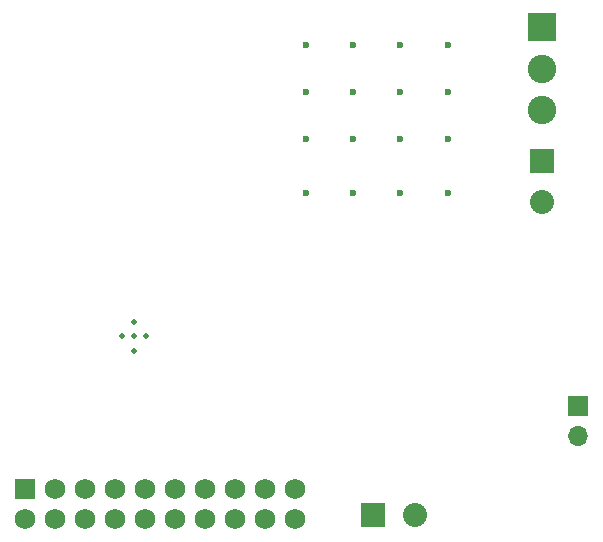
<source format=gbs>
G04 #@! TF.GenerationSoftware,KiCad,Pcbnew,8.0.7*
G04 #@! TF.CreationDate,2025-07-10T22:44:40+02:00*
G04 #@! TF.ProjectId,modbus-to-x,6d6f6462-7573-42d7-946f-2d782e6b6963,rev?*
G04 #@! TF.SameCoordinates,Original*
G04 #@! TF.FileFunction,Soldermask,Bot*
G04 #@! TF.FilePolarity,Negative*
%FSLAX46Y46*%
G04 Gerber Fmt 4.6, Leading zero omitted, Abs format (unit mm)*
G04 Created by KiCad (PCBNEW 8.0.7) date 2025-07-10 22:44:40*
%MOMM*%
%LPD*%
G01*
G04 APERTURE LIST*
G04 Aperture macros list*
%AMRoundRect*
0 Rectangle with rounded corners*
0 $1 Rounding radius*
0 $2 $3 $4 $5 $6 $7 $8 $9 X,Y pos of 4 corners*
0 Add a 4 corners polygon primitive as box body*
4,1,4,$2,$3,$4,$5,$6,$7,$8,$9,$2,$3,0*
0 Add four circle primitives for the rounded corners*
1,1,$1+$1,$2,$3*
1,1,$1+$1,$4,$5*
1,1,$1+$1,$6,$7*
1,1,$1+$1,$8,$9*
0 Add four rect primitives between the rounded corners*
20,1,$1+$1,$2,$3,$4,$5,0*
20,1,$1+$1,$4,$5,$6,$7,0*
20,1,$1+$1,$6,$7,$8,$9,0*
20,1,$1+$1,$8,$9,$2,$3,0*%
G04 Aperture macros list end*
%ADD10C,0.600000*%
%ADD11R,1.700000X1.700000*%
%ADD12O,1.700000X1.700000*%
%ADD13R,2.032000X2.032000*%
%ADD14C,2.032000*%
%ADD15C,0.499999*%
%ADD16C,1.734000*%
%ADD17RoundRect,0.102000X0.765000X0.765000X-0.765000X0.765000X-0.765000X-0.765000X0.765000X-0.765000X0*%
%ADD18R,2.413000X2.413000*%
%ADD19C,2.413000*%
G04 APERTURE END LIST*
D10*
X108549700Y-90680100D03*
X108549700Y-94680100D03*
X108549700Y-98680100D03*
X108549700Y-103180100D03*
X112549700Y-90680100D03*
X112549700Y-94680100D03*
X112549700Y-98680100D03*
X112549700Y-103180100D03*
X116549700Y-90680100D03*
X116549700Y-94680100D03*
X116549700Y-98680100D03*
X116549700Y-103180100D03*
X120549700Y-90680100D03*
X120549700Y-94680100D03*
X120549700Y-98680100D03*
X120549700Y-103180100D03*
D11*
X131622800Y-121254600D03*
D12*
X131622800Y-123794600D03*
D13*
X114271600Y-130516700D03*
D14*
X117771600Y-130516700D03*
D13*
X128519700Y-100498100D03*
D14*
X128519700Y-103998100D03*
D15*
X94975701Y-115357100D03*
X93975700Y-116557100D03*
X93975700Y-115357100D03*
X93975700Y-114157100D03*
X92975702Y-115357100D03*
D16*
X107594400Y-130810000D03*
X107594400Y-128270000D03*
X105054400Y-130810000D03*
X105054400Y-128270000D03*
X102514400Y-130810000D03*
X102514400Y-128270000D03*
X99974400Y-130810000D03*
X99974400Y-128270000D03*
X97434400Y-130810000D03*
X97434400Y-128270000D03*
X94894400Y-130810000D03*
X94894400Y-128270000D03*
X92354400Y-130810000D03*
X92354400Y-128270000D03*
X89814400Y-130810000D03*
X89814400Y-128270000D03*
X87274400Y-130810000D03*
X87274400Y-128270000D03*
X84734400Y-130810000D03*
D17*
X84734400Y-128270000D03*
D18*
X128519700Y-89195100D03*
D19*
X128519700Y-92695100D03*
X128519700Y-96195100D03*
M02*

</source>
